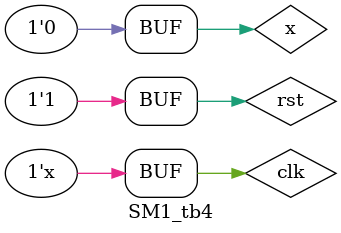
<source format=v>
`timescale 1ns / 1ps


module SM1_tb4();
reg clk, rst, x;
wire y;

SM1 U4 (clk, rst, x, y, state);

initial begin
    clk <= 0;
    rst <= 1;
    x <= 0;
    #10 rst <= 0;
    #10 rst <= 1;
    #20 x <= 1;
    #20 x <= 0;
end
always begin
    #5 clk = ~clk;
end

endmodule

</source>
